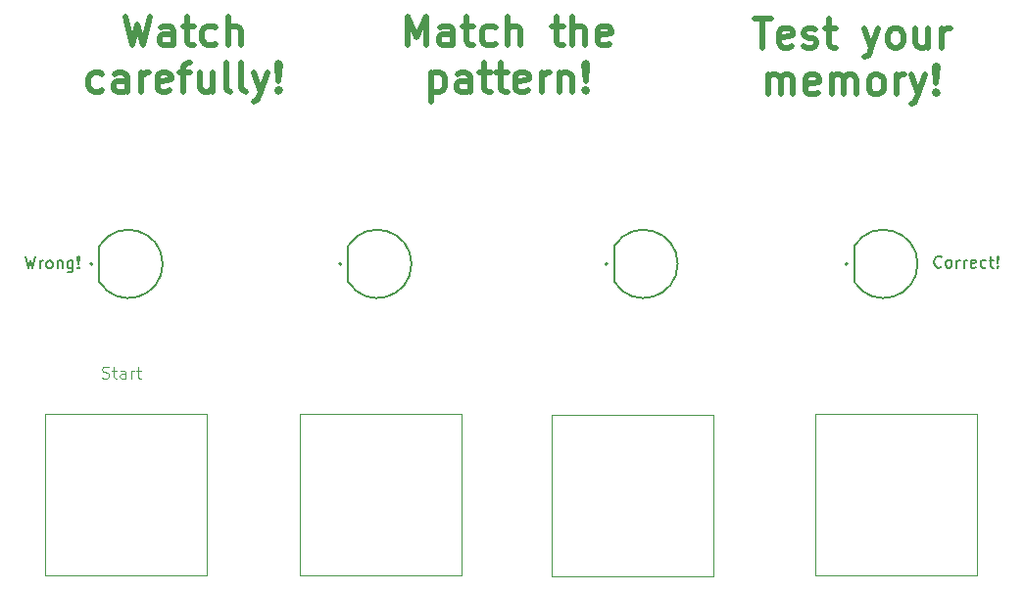
<source format=gbr>
%TF.GenerationSoftware,KiCad,Pcbnew,9.0.2*%
%TF.CreationDate,2025-07-01T17:28:42-07:00*%
%TF.ProjectId,pathfinder,70617468-6669-46e6-9465-722e6b696361,rev?*%
%TF.SameCoordinates,Original*%
%TF.FileFunction,Legend,Top*%
%TF.FilePolarity,Positive*%
%FSLAX46Y46*%
G04 Gerber Fmt 4.6, Leading zero omitted, Abs format (unit mm)*
G04 Created by KiCad (PCBNEW 9.0.2) date 2025-07-01 17:28:42*
%MOMM*%
%LPD*%
G01*
G04 APERTURE LIST*
%ADD10C,0.125000*%
%ADD11C,0.200000*%
%ADD12C,0.500000*%
%ADD13C,0.120000*%
%ADD14C,0.127000*%
G04 APERTURE END LIST*
D10*
X92512712Y-122843500D02*
X92655569Y-122891119D01*
X92655569Y-122891119D02*
X92893664Y-122891119D01*
X92893664Y-122891119D02*
X92988902Y-122843500D01*
X92988902Y-122843500D02*
X93036521Y-122795880D01*
X93036521Y-122795880D02*
X93084140Y-122700642D01*
X93084140Y-122700642D02*
X93084140Y-122605404D01*
X93084140Y-122605404D02*
X93036521Y-122510166D01*
X93036521Y-122510166D02*
X92988902Y-122462547D01*
X92988902Y-122462547D02*
X92893664Y-122414928D01*
X92893664Y-122414928D02*
X92703188Y-122367309D01*
X92703188Y-122367309D02*
X92607950Y-122319690D01*
X92607950Y-122319690D02*
X92560331Y-122272071D01*
X92560331Y-122272071D02*
X92512712Y-122176833D01*
X92512712Y-122176833D02*
X92512712Y-122081595D01*
X92512712Y-122081595D02*
X92560331Y-121986357D01*
X92560331Y-121986357D02*
X92607950Y-121938738D01*
X92607950Y-121938738D02*
X92703188Y-121891119D01*
X92703188Y-121891119D02*
X92941283Y-121891119D01*
X92941283Y-121891119D02*
X93084140Y-121938738D01*
X93369855Y-122224452D02*
X93750807Y-122224452D01*
X93512712Y-121891119D02*
X93512712Y-122748261D01*
X93512712Y-122748261D02*
X93560331Y-122843500D01*
X93560331Y-122843500D02*
X93655569Y-122891119D01*
X93655569Y-122891119D02*
X93750807Y-122891119D01*
X94512712Y-122891119D02*
X94512712Y-122367309D01*
X94512712Y-122367309D02*
X94465093Y-122272071D01*
X94465093Y-122272071D02*
X94369855Y-122224452D01*
X94369855Y-122224452D02*
X94179379Y-122224452D01*
X94179379Y-122224452D02*
X94084141Y-122272071D01*
X94512712Y-122843500D02*
X94417474Y-122891119D01*
X94417474Y-122891119D02*
X94179379Y-122891119D01*
X94179379Y-122891119D02*
X94084141Y-122843500D01*
X94084141Y-122843500D02*
X94036522Y-122748261D01*
X94036522Y-122748261D02*
X94036522Y-122653023D01*
X94036522Y-122653023D02*
X94084141Y-122557785D01*
X94084141Y-122557785D02*
X94179379Y-122510166D01*
X94179379Y-122510166D02*
X94417474Y-122510166D01*
X94417474Y-122510166D02*
X94512712Y-122462547D01*
X94988903Y-122891119D02*
X94988903Y-122224452D01*
X94988903Y-122414928D02*
X95036522Y-122319690D01*
X95036522Y-122319690D02*
X95084141Y-122272071D01*
X95084141Y-122272071D02*
X95179379Y-122224452D01*
X95179379Y-122224452D02*
X95274617Y-122224452D01*
X95465094Y-122224452D02*
X95846046Y-122224452D01*
X95607951Y-121891119D02*
X95607951Y-122748261D01*
X95607951Y-122748261D02*
X95655570Y-122843500D01*
X95655570Y-122843500D02*
X95750808Y-122891119D01*
X95750808Y-122891119D02*
X95846046Y-122891119D01*
D11*
X165021101Y-113231980D02*
X164973482Y-113279600D01*
X164973482Y-113279600D02*
X164830625Y-113327219D01*
X164830625Y-113327219D02*
X164735387Y-113327219D01*
X164735387Y-113327219D02*
X164592530Y-113279600D01*
X164592530Y-113279600D02*
X164497292Y-113184361D01*
X164497292Y-113184361D02*
X164449673Y-113089123D01*
X164449673Y-113089123D02*
X164402054Y-112898647D01*
X164402054Y-112898647D02*
X164402054Y-112755790D01*
X164402054Y-112755790D02*
X164449673Y-112565314D01*
X164449673Y-112565314D02*
X164497292Y-112470076D01*
X164497292Y-112470076D02*
X164592530Y-112374838D01*
X164592530Y-112374838D02*
X164735387Y-112327219D01*
X164735387Y-112327219D02*
X164830625Y-112327219D01*
X164830625Y-112327219D02*
X164973482Y-112374838D01*
X164973482Y-112374838D02*
X165021101Y-112422457D01*
X165592530Y-113327219D02*
X165497292Y-113279600D01*
X165497292Y-113279600D02*
X165449673Y-113231980D01*
X165449673Y-113231980D02*
X165402054Y-113136742D01*
X165402054Y-113136742D02*
X165402054Y-112851028D01*
X165402054Y-112851028D02*
X165449673Y-112755790D01*
X165449673Y-112755790D02*
X165497292Y-112708171D01*
X165497292Y-112708171D02*
X165592530Y-112660552D01*
X165592530Y-112660552D02*
X165735387Y-112660552D01*
X165735387Y-112660552D02*
X165830625Y-112708171D01*
X165830625Y-112708171D02*
X165878244Y-112755790D01*
X165878244Y-112755790D02*
X165925863Y-112851028D01*
X165925863Y-112851028D02*
X165925863Y-113136742D01*
X165925863Y-113136742D02*
X165878244Y-113231980D01*
X165878244Y-113231980D02*
X165830625Y-113279600D01*
X165830625Y-113279600D02*
X165735387Y-113327219D01*
X165735387Y-113327219D02*
X165592530Y-113327219D01*
X166354435Y-113327219D02*
X166354435Y-112660552D01*
X166354435Y-112851028D02*
X166402054Y-112755790D01*
X166402054Y-112755790D02*
X166449673Y-112708171D01*
X166449673Y-112708171D02*
X166544911Y-112660552D01*
X166544911Y-112660552D02*
X166640149Y-112660552D01*
X166973483Y-113327219D02*
X166973483Y-112660552D01*
X166973483Y-112851028D02*
X167021102Y-112755790D01*
X167021102Y-112755790D02*
X167068721Y-112708171D01*
X167068721Y-112708171D02*
X167163959Y-112660552D01*
X167163959Y-112660552D02*
X167259197Y-112660552D01*
X167973483Y-113279600D02*
X167878245Y-113327219D01*
X167878245Y-113327219D02*
X167687769Y-113327219D01*
X167687769Y-113327219D02*
X167592531Y-113279600D01*
X167592531Y-113279600D02*
X167544912Y-113184361D01*
X167544912Y-113184361D02*
X167544912Y-112803409D01*
X167544912Y-112803409D02*
X167592531Y-112708171D01*
X167592531Y-112708171D02*
X167687769Y-112660552D01*
X167687769Y-112660552D02*
X167878245Y-112660552D01*
X167878245Y-112660552D02*
X167973483Y-112708171D01*
X167973483Y-112708171D02*
X168021102Y-112803409D01*
X168021102Y-112803409D02*
X168021102Y-112898647D01*
X168021102Y-112898647D02*
X167544912Y-112993885D01*
X168878245Y-113279600D02*
X168783007Y-113327219D01*
X168783007Y-113327219D02*
X168592531Y-113327219D01*
X168592531Y-113327219D02*
X168497293Y-113279600D01*
X168497293Y-113279600D02*
X168449674Y-113231980D01*
X168449674Y-113231980D02*
X168402055Y-113136742D01*
X168402055Y-113136742D02*
X168402055Y-112851028D01*
X168402055Y-112851028D02*
X168449674Y-112755790D01*
X168449674Y-112755790D02*
X168497293Y-112708171D01*
X168497293Y-112708171D02*
X168592531Y-112660552D01*
X168592531Y-112660552D02*
X168783007Y-112660552D01*
X168783007Y-112660552D02*
X168878245Y-112708171D01*
X169163960Y-112660552D02*
X169544912Y-112660552D01*
X169306817Y-112327219D02*
X169306817Y-113184361D01*
X169306817Y-113184361D02*
X169354436Y-113279600D01*
X169354436Y-113279600D02*
X169449674Y-113327219D01*
X169449674Y-113327219D02*
X169544912Y-113327219D01*
X169878246Y-113231980D02*
X169925865Y-113279600D01*
X169925865Y-113279600D02*
X169878246Y-113327219D01*
X169878246Y-113327219D02*
X169830627Y-113279600D01*
X169830627Y-113279600D02*
X169878246Y-113231980D01*
X169878246Y-113231980D02*
X169878246Y-113327219D01*
X169878246Y-112946266D02*
X169830627Y-112374838D01*
X169830627Y-112374838D02*
X169878246Y-112327219D01*
X169878246Y-112327219D02*
X169925865Y-112374838D01*
X169925865Y-112374838D02*
X169878246Y-112946266D01*
X169878246Y-112946266D02*
X169878246Y-112327219D01*
X85884435Y-112387219D02*
X86122530Y-113387219D01*
X86122530Y-113387219D02*
X86313006Y-112672933D01*
X86313006Y-112672933D02*
X86503482Y-113387219D01*
X86503482Y-113387219D02*
X86741578Y-112387219D01*
X87122530Y-113387219D02*
X87122530Y-112720552D01*
X87122530Y-112911028D02*
X87170149Y-112815790D01*
X87170149Y-112815790D02*
X87217768Y-112768171D01*
X87217768Y-112768171D02*
X87313006Y-112720552D01*
X87313006Y-112720552D02*
X87408244Y-112720552D01*
X87884435Y-113387219D02*
X87789197Y-113339600D01*
X87789197Y-113339600D02*
X87741578Y-113291980D01*
X87741578Y-113291980D02*
X87693959Y-113196742D01*
X87693959Y-113196742D02*
X87693959Y-112911028D01*
X87693959Y-112911028D02*
X87741578Y-112815790D01*
X87741578Y-112815790D02*
X87789197Y-112768171D01*
X87789197Y-112768171D02*
X87884435Y-112720552D01*
X87884435Y-112720552D02*
X88027292Y-112720552D01*
X88027292Y-112720552D02*
X88122530Y-112768171D01*
X88122530Y-112768171D02*
X88170149Y-112815790D01*
X88170149Y-112815790D02*
X88217768Y-112911028D01*
X88217768Y-112911028D02*
X88217768Y-113196742D01*
X88217768Y-113196742D02*
X88170149Y-113291980D01*
X88170149Y-113291980D02*
X88122530Y-113339600D01*
X88122530Y-113339600D02*
X88027292Y-113387219D01*
X88027292Y-113387219D02*
X87884435Y-113387219D01*
X88646340Y-112720552D02*
X88646340Y-113387219D01*
X88646340Y-112815790D02*
X88693959Y-112768171D01*
X88693959Y-112768171D02*
X88789197Y-112720552D01*
X88789197Y-112720552D02*
X88932054Y-112720552D01*
X88932054Y-112720552D02*
X89027292Y-112768171D01*
X89027292Y-112768171D02*
X89074911Y-112863409D01*
X89074911Y-112863409D02*
X89074911Y-113387219D01*
X89979673Y-112720552D02*
X89979673Y-113530076D01*
X89979673Y-113530076D02*
X89932054Y-113625314D01*
X89932054Y-113625314D02*
X89884435Y-113672933D01*
X89884435Y-113672933D02*
X89789197Y-113720552D01*
X89789197Y-113720552D02*
X89646340Y-113720552D01*
X89646340Y-113720552D02*
X89551102Y-113672933D01*
X89979673Y-113339600D02*
X89884435Y-113387219D01*
X89884435Y-113387219D02*
X89693959Y-113387219D01*
X89693959Y-113387219D02*
X89598721Y-113339600D01*
X89598721Y-113339600D02*
X89551102Y-113291980D01*
X89551102Y-113291980D02*
X89503483Y-113196742D01*
X89503483Y-113196742D02*
X89503483Y-112911028D01*
X89503483Y-112911028D02*
X89551102Y-112815790D01*
X89551102Y-112815790D02*
X89598721Y-112768171D01*
X89598721Y-112768171D02*
X89693959Y-112720552D01*
X89693959Y-112720552D02*
X89884435Y-112720552D01*
X89884435Y-112720552D02*
X89979673Y-112768171D01*
X90455864Y-113291980D02*
X90503483Y-113339600D01*
X90503483Y-113339600D02*
X90455864Y-113387219D01*
X90455864Y-113387219D02*
X90408245Y-113339600D01*
X90408245Y-113339600D02*
X90455864Y-113291980D01*
X90455864Y-113291980D02*
X90455864Y-113387219D01*
X90455864Y-113006266D02*
X90408245Y-112434838D01*
X90408245Y-112434838D02*
X90455864Y-112387219D01*
X90455864Y-112387219D02*
X90503483Y-112434838D01*
X90503483Y-112434838D02*
X90455864Y-113006266D01*
X90455864Y-113006266D02*
X90455864Y-112387219D01*
D12*
X118870000Y-94083187D02*
X118870000Y-91583187D01*
X118870000Y-91583187D02*
X119703333Y-93368901D01*
X119703333Y-93368901D02*
X120536666Y-91583187D01*
X120536666Y-91583187D02*
X120536666Y-94083187D01*
X122798571Y-94083187D02*
X122798571Y-92773663D01*
X122798571Y-92773663D02*
X122679524Y-92535568D01*
X122679524Y-92535568D02*
X122441428Y-92416520D01*
X122441428Y-92416520D02*
X121965238Y-92416520D01*
X121965238Y-92416520D02*
X121727143Y-92535568D01*
X122798571Y-93964140D02*
X122560476Y-94083187D01*
X122560476Y-94083187D02*
X121965238Y-94083187D01*
X121965238Y-94083187D02*
X121727143Y-93964140D01*
X121727143Y-93964140D02*
X121608095Y-93726044D01*
X121608095Y-93726044D02*
X121608095Y-93487949D01*
X121608095Y-93487949D02*
X121727143Y-93249854D01*
X121727143Y-93249854D02*
X121965238Y-93130806D01*
X121965238Y-93130806D02*
X122560476Y-93130806D01*
X122560476Y-93130806D02*
X122798571Y-93011759D01*
X123631905Y-92416520D02*
X124584286Y-92416520D01*
X123989048Y-91583187D02*
X123989048Y-93726044D01*
X123989048Y-93726044D02*
X124108095Y-93964140D01*
X124108095Y-93964140D02*
X124346190Y-94083187D01*
X124346190Y-94083187D02*
X124584286Y-94083187D01*
X126489047Y-93964140D02*
X126250952Y-94083187D01*
X126250952Y-94083187D02*
X125774761Y-94083187D01*
X125774761Y-94083187D02*
X125536666Y-93964140D01*
X125536666Y-93964140D02*
X125417619Y-93845092D01*
X125417619Y-93845092D02*
X125298571Y-93606997D01*
X125298571Y-93606997D02*
X125298571Y-92892711D01*
X125298571Y-92892711D02*
X125417619Y-92654616D01*
X125417619Y-92654616D02*
X125536666Y-92535568D01*
X125536666Y-92535568D02*
X125774761Y-92416520D01*
X125774761Y-92416520D02*
X126250952Y-92416520D01*
X126250952Y-92416520D02*
X126489047Y-92535568D01*
X127560476Y-94083187D02*
X127560476Y-91583187D01*
X128631904Y-94083187D02*
X128631904Y-92773663D01*
X128631904Y-92773663D02*
X128512857Y-92535568D01*
X128512857Y-92535568D02*
X128274761Y-92416520D01*
X128274761Y-92416520D02*
X127917618Y-92416520D01*
X127917618Y-92416520D02*
X127679523Y-92535568D01*
X127679523Y-92535568D02*
X127560476Y-92654616D01*
X131370000Y-92416520D02*
X132322381Y-92416520D01*
X131727143Y-91583187D02*
X131727143Y-93726044D01*
X131727143Y-93726044D02*
X131846190Y-93964140D01*
X131846190Y-93964140D02*
X132084285Y-94083187D01*
X132084285Y-94083187D02*
X132322381Y-94083187D01*
X133155714Y-94083187D02*
X133155714Y-91583187D01*
X134227142Y-94083187D02*
X134227142Y-92773663D01*
X134227142Y-92773663D02*
X134108095Y-92535568D01*
X134108095Y-92535568D02*
X133869999Y-92416520D01*
X133869999Y-92416520D02*
X133512856Y-92416520D01*
X133512856Y-92416520D02*
X133274761Y-92535568D01*
X133274761Y-92535568D02*
X133155714Y-92654616D01*
X136370000Y-93964140D02*
X136131904Y-94083187D01*
X136131904Y-94083187D02*
X135655714Y-94083187D01*
X135655714Y-94083187D02*
X135417619Y-93964140D01*
X135417619Y-93964140D02*
X135298571Y-93726044D01*
X135298571Y-93726044D02*
X135298571Y-92773663D01*
X135298571Y-92773663D02*
X135417619Y-92535568D01*
X135417619Y-92535568D02*
X135655714Y-92416520D01*
X135655714Y-92416520D02*
X136131904Y-92416520D01*
X136131904Y-92416520D02*
X136370000Y-92535568D01*
X136370000Y-92535568D02*
X136489047Y-92773663D01*
X136489047Y-92773663D02*
X136489047Y-93011759D01*
X136489047Y-93011759D02*
X135298571Y-93249854D01*
X120953334Y-96441380D02*
X120953334Y-98941380D01*
X120953334Y-96560428D02*
X121191429Y-96441380D01*
X121191429Y-96441380D02*
X121667619Y-96441380D01*
X121667619Y-96441380D02*
X121905715Y-96560428D01*
X121905715Y-96560428D02*
X122024762Y-96679476D01*
X122024762Y-96679476D02*
X122143810Y-96917571D01*
X122143810Y-96917571D02*
X122143810Y-97631857D01*
X122143810Y-97631857D02*
X122024762Y-97869952D01*
X122024762Y-97869952D02*
X121905715Y-97989000D01*
X121905715Y-97989000D02*
X121667619Y-98108047D01*
X121667619Y-98108047D02*
X121191429Y-98108047D01*
X121191429Y-98108047D02*
X120953334Y-97989000D01*
X124286667Y-98108047D02*
X124286667Y-96798523D01*
X124286667Y-96798523D02*
X124167620Y-96560428D01*
X124167620Y-96560428D02*
X123929524Y-96441380D01*
X123929524Y-96441380D02*
X123453334Y-96441380D01*
X123453334Y-96441380D02*
X123215239Y-96560428D01*
X124286667Y-97989000D02*
X124048572Y-98108047D01*
X124048572Y-98108047D02*
X123453334Y-98108047D01*
X123453334Y-98108047D02*
X123215239Y-97989000D01*
X123215239Y-97989000D02*
X123096191Y-97750904D01*
X123096191Y-97750904D02*
X123096191Y-97512809D01*
X123096191Y-97512809D02*
X123215239Y-97274714D01*
X123215239Y-97274714D02*
X123453334Y-97155666D01*
X123453334Y-97155666D02*
X124048572Y-97155666D01*
X124048572Y-97155666D02*
X124286667Y-97036619D01*
X125120001Y-96441380D02*
X126072382Y-96441380D01*
X125477144Y-95608047D02*
X125477144Y-97750904D01*
X125477144Y-97750904D02*
X125596191Y-97989000D01*
X125596191Y-97989000D02*
X125834286Y-98108047D01*
X125834286Y-98108047D02*
X126072382Y-98108047D01*
X126548572Y-96441380D02*
X127500953Y-96441380D01*
X126905715Y-95608047D02*
X126905715Y-97750904D01*
X126905715Y-97750904D02*
X127024762Y-97989000D01*
X127024762Y-97989000D02*
X127262857Y-98108047D01*
X127262857Y-98108047D02*
X127500953Y-98108047D01*
X129286667Y-97989000D02*
X129048571Y-98108047D01*
X129048571Y-98108047D02*
X128572381Y-98108047D01*
X128572381Y-98108047D02*
X128334286Y-97989000D01*
X128334286Y-97989000D02*
X128215238Y-97750904D01*
X128215238Y-97750904D02*
X128215238Y-96798523D01*
X128215238Y-96798523D02*
X128334286Y-96560428D01*
X128334286Y-96560428D02*
X128572381Y-96441380D01*
X128572381Y-96441380D02*
X129048571Y-96441380D01*
X129048571Y-96441380D02*
X129286667Y-96560428D01*
X129286667Y-96560428D02*
X129405714Y-96798523D01*
X129405714Y-96798523D02*
X129405714Y-97036619D01*
X129405714Y-97036619D02*
X128215238Y-97274714D01*
X130477143Y-98108047D02*
X130477143Y-96441380D01*
X130477143Y-96917571D02*
X130596190Y-96679476D01*
X130596190Y-96679476D02*
X130715238Y-96560428D01*
X130715238Y-96560428D02*
X130953333Y-96441380D01*
X130953333Y-96441380D02*
X131191428Y-96441380D01*
X132024762Y-96441380D02*
X132024762Y-98108047D01*
X132024762Y-96679476D02*
X132143809Y-96560428D01*
X132143809Y-96560428D02*
X132381904Y-96441380D01*
X132381904Y-96441380D02*
X132739047Y-96441380D01*
X132739047Y-96441380D02*
X132977143Y-96560428D01*
X132977143Y-96560428D02*
X133096190Y-96798523D01*
X133096190Y-96798523D02*
X133096190Y-98108047D01*
X134286667Y-97869952D02*
X134405714Y-97989000D01*
X134405714Y-97989000D02*
X134286667Y-98108047D01*
X134286667Y-98108047D02*
X134167619Y-97989000D01*
X134167619Y-97989000D02*
X134286667Y-97869952D01*
X134286667Y-97869952D02*
X134286667Y-98108047D01*
X134286667Y-97155666D02*
X134167619Y-95727095D01*
X134167619Y-95727095D02*
X134286667Y-95608047D01*
X134286667Y-95608047D02*
X134405714Y-95727095D01*
X134405714Y-95727095D02*
X134286667Y-97155666D01*
X134286667Y-97155666D02*
X134286667Y-95608047D01*
X94480952Y-91583187D02*
X95076190Y-94083187D01*
X95076190Y-94083187D02*
X95552381Y-92297473D01*
X95552381Y-92297473D02*
X96028571Y-94083187D01*
X96028571Y-94083187D02*
X96623810Y-91583187D01*
X98647619Y-94083187D02*
X98647619Y-92773663D01*
X98647619Y-92773663D02*
X98528572Y-92535568D01*
X98528572Y-92535568D02*
X98290476Y-92416520D01*
X98290476Y-92416520D02*
X97814286Y-92416520D01*
X97814286Y-92416520D02*
X97576191Y-92535568D01*
X98647619Y-93964140D02*
X98409524Y-94083187D01*
X98409524Y-94083187D02*
X97814286Y-94083187D01*
X97814286Y-94083187D02*
X97576191Y-93964140D01*
X97576191Y-93964140D02*
X97457143Y-93726044D01*
X97457143Y-93726044D02*
X97457143Y-93487949D01*
X97457143Y-93487949D02*
X97576191Y-93249854D01*
X97576191Y-93249854D02*
X97814286Y-93130806D01*
X97814286Y-93130806D02*
X98409524Y-93130806D01*
X98409524Y-93130806D02*
X98647619Y-93011759D01*
X99480953Y-92416520D02*
X100433334Y-92416520D01*
X99838096Y-91583187D02*
X99838096Y-93726044D01*
X99838096Y-93726044D02*
X99957143Y-93964140D01*
X99957143Y-93964140D02*
X100195238Y-94083187D01*
X100195238Y-94083187D02*
X100433334Y-94083187D01*
X102338095Y-93964140D02*
X102100000Y-94083187D01*
X102100000Y-94083187D02*
X101623809Y-94083187D01*
X101623809Y-94083187D02*
X101385714Y-93964140D01*
X101385714Y-93964140D02*
X101266667Y-93845092D01*
X101266667Y-93845092D02*
X101147619Y-93606997D01*
X101147619Y-93606997D02*
X101147619Y-92892711D01*
X101147619Y-92892711D02*
X101266667Y-92654616D01*
X101266667Y-92654616D02*
X101385714Y-92535568D01*
X101385714Y-92535568D02*
X101623809Y-92416520D01*
X101623809Y-92416520D02*
X102100000Y-92416520D01*
X102100000Y-92416520D02*
X102338095Y-92535568D01*
X103409524Y-94083187D02*
X103409524Y-91583187D01*
X104480952Y-94083187D02*
X104480952Y-92773663D01*
X104480952Y-92773663D02*
X104361905Y-92535568D01*
X104361905Y-92535568D02*
X104123809Y-92416520D01*
X104123809Y-92416520D02*
X103766666Y-92416520D01*
X103766666Y-92416520D02*
X103528571Y-92535568D01*
X103528571Y-92535568D02*
X103409524Y-92654616D01*
X92516666Y-97989000D02*
X92278571Y-98108047D01*
X92278571Y-98108047D02*
X91802380Y-98108047D01*
X91802380Y-98108047D02*
X91564285Y-97989000D01*
X91564285Y-97989000D02*
X91445238Y-97869952D01*
X91445238Y-97869952D02*
X91326190Y-97631857D01*
X91326190Y-97631857D02*
X91326190Y-96917571D01*
X91326190Y-96917571D02*
X91445238Y-96679476D01*
X91445238Y-96679476D02*
X91564285Y-96560428D01*
X91564285Y-96560428D02*
X91802380Y-96441380D01*
X91802380Y-96441380D02*
X92278571Y-96441380D01*
X92278571Y-96441380D02*
X92516666Y-96560428D01*
X94659523Y-98108047D02*
X94659523Y-96798523D01*
X94659523Y-96798523D02*
X94540476Y-96560428D01*
X94540476Y-96560428D02*
X94302380Y-96441380D01*
X94302380Y-96441380D02*
X93826190Y-96441380D01*
X93826190Y-96441380D02*
X93588095Y-96560428D01*
X94659523Y-97989000D02*
X94421428Y-98108047D01*
X94421428Y-98108047D02*
X93826190Y-98108047D01*
X93826190Y-98108047D02*
X93588095Y-97989000D01*
X93588095Y-97989000D02*
X93469047Y-97750904D01*
X93469047Y-97750904D02*
X93469047Y-97512809D01*
X93469047Y-97512809D02*
X93588095Y-97274714D01*
X93588095Y-97274714D02*
X93826190Y-97155666D01*
X93826190Y-97155666D02*
X94421428Y-97155666D01*
X94421428Y-97155666D02*
X94659523Y-97036619D01*
X95850000Y-98108047D02*
X95850000Y-96441380D01*
X95850000Y-96917571D02*
X95969047Y-96679476D01*
X95969047Y-96679476D02*
X96088095Y-96560428D01*
X96088095Y-96560428D02*
X96326190Y-96441380D01*
X96326190Y-96441380D02*
X96564285Y-96441380D01*
X98350000Y-97989000D02*
X98111904Y-98108047D01*
X98111904Y-98108047D02*
X97635714Y-98108047D01*
X97635714Y-98108047D02*
X97397619Y-97989000D01*
X97397619Y-97989000D02*
X97278571Y-97750904D01*
X97278571Y-97750904D02*
X97278571Y-96798523D01*
X97278571Y-96798523D02*
X97397619Y-96560428D01*
X97397619Y-96560428D02*
X97635714Y-96441380D01*
X97635714Y-96441380D02*
X98111904Y-96441380D01*
X98111904Y-96441380D02*
X98350000Y-96560428D01*
X98350000Y-96560428D02*
X98469047Y-96798523D01*
X98469047Y-96798523D02*
X98469047Y-97036619D01*
X98469047Y-97036619D02*
X97278571Y-97274714D01*
X99183333Y-96441380D02*
X100135714Y-96441380D01*
X99540476Y-98108047D02*
X99540476Y-95965190D01*
X99540476Y-95965190D02*
X99659523Y-95727095D01*
X99659523Y-95727095D02*
X99897618Y-95608047D01*
X99897618Y-95608047D02*
X100135714Y-95608047D01*
X102040475Y-96441380D02*
X102040475Y-98108047D01*
X100969047Y-96441380D02*
X100969047Y-97750904D01*
X100969047Y-97750904D02*
X101088094Y-97989000D01*
X101088094Y-97989000D02*
X101326189Y-98108047D01*
X101326189Y-98108047D02*
X101683332Y-98108047D01*
X101683332Y-98108047D02*
X101921428Y-97989000D01*
X101921428Y-97989000D02*
X102040475Y-97869952D01*
X103588094Y-98108047D02*
X103349999Y-97989000D01*
X103349999Y-97989000D02*
X103230952Y-97750904D01*
X103230952Y-97750904D02*
X103230952Y-95608047D01*
X104897618Y-98108047D02*
X104659523Y-97989000D01*
X104659523Y-97989000D02*
X104540476Y-97750904D01*
X104540476Y-97750904D02*
X104540476Y-95608047D01*
X105611904Y-96441380D02*
X106207142Y-98108047D01*
X106802381Y-96441380D02*
X106207142Y-98108047D01*
X106207142Y-98108047D02*
X105969047Y-98703285D01*
X105969047Y-98703285D02*
X105850000Y-98822333D01*
X105850000Y-98822333D02*
X105611904Y-98941380D01*
X107754762Y-97869952D02*
X107873809Y-97989000D01*
X107873809Y-97989000D02*
X107754762Y-98108047D01*
X107754762Y-98108047D02*
X107635714Y-97989000D01*
X107635714Y-97989000D02*
X107754762Y-97869952D01*
X107754762Y-97869952D02*
X107754762Y-98108047D01*
X107754762Y-97155666D02*
X107635714Y-95727095D01*
X107635714Y-95727095D02*
X107754762Y-95608047D01*
X107754762Y-95608047D02*
X107873809Y-95727095D01*
X107873809Y-95727095D02*
X107754762Y-97155666D01*
X107754762Y-97155666D02*
X107754762Y-95608047D01*
X148857619Y-91783187D02*
X150286190Y-91783187D01*
X149571904Y-94283187D02*
X149571904Y-91783187D01*
X152071905Y-94164140D02*
X151833809Y-94283187D01*
X151833809Y-94283187D02*
X151357619Y-94283187D01*
X151357619Y-94283187D02*
X151119524Y-94164140D01*
X151119524Y-94164140D02*
X151000476Y-93926044D01*
X151000476Y-93926044D02*
X151000476Y-92973663D01*
X151000476Y-92973663D02*
X151119524Y-92735568D01*
X151119524Y-92735568D02*
X151357619Y-92616520D01*
X151357619Y-92616520D02*
X151833809Y-92616520D01*
X151833809Y-92616520D02*
X152071905Y-92735568D01*
X152071905Y-92735568D02*
X152190952Y-92973663D01*
X152190952Y-92973663D02*
X152190952Y-93211759D01*
X152190952Y-93211759D02*
X151000476Y-93449854D01*
X153143333Y-94164140D02*
X153381428Y-94283187D01*
X153381428Y-94283187D02*
X153857619Y-94283187D01*
X153857619Y-94283187D02*
X154095714Y-94164140D01*
X154095714Y-94164140D02*
X154214762Y-93926044D01*
X154214762Y-93926044D02*
X154214762Y-93806997D01*
X154214762Y-93806997D02*
X154095714Y-93568901D01*
X154095714Y-93568901D02*
X153857619Y-93449854D01*
X153857619Y-93449854D02*
X153500476Y-93449854D01*
X153500476Y-93449854D02*
X153262381Y-93330806D01*
X153262381Y-93330806D02*
X153143333Y-93092711D01*
X153143333Y-93092711D02*
X153143333Y-92973663D01*
X153143333Y-92973663D02*
X153262381Y-92735568D01*
X153262381Y-92735568D02*
X153500476Y-92616520D01*
X153500476Y-92616520D02*
X153857619Y-92616520D01*
X153857619Y-92616520D02*
X154095714Y-92735568D01*
X154929048Y-92616520D02*
X155881429Y-92616520D01*
X155286191Y-91783187D02*
X155286191Y-93926044D01*
X155286191Y-93926044D02*
X155405238Y-94164140D01*
X155405238Y-94164140D02*
X155643333Y-94283187D01*
X155643333Y-94283187D02*
X155881429Y-94283187D01*
X158381428Y-92616520D02*
X158976666Y-94283187D01*
X159571905Y-92616520D02*
X158976666Y-94283187D01*
X158976666Y-94283187D02*
X158738571Y-94878425D01*
X158738571Y-94878425D02*
X158619524Y-94997473D01*
X158619524Y-94997473D02*
X158381428Y-95116520D01*
X160881428Y-94283187D02*
X160643333Y-94164140D01*
X160643333Y-94164140D02*
X160524286Y-94045092D01*
X160524286Y-94045092D02*
X160405238Y-93806997D01*
X160405238Y-93806997D02*
X160405238Y-93092711D01*
X160405238Y-93092711D02*
X160524286Y-92854616D01*
X160524286Y-92854616D02*
X160643333Y-92735568D01*
X160643333Y-92735568D02*
X160881428Y-92616520D01*
X160881428Y-92616520D02*
X161238571Y-92616520D01*
X161238571Y-92616520D02*
X161476667Y-92735568D01*
X161476667Y-92735568D02*
X161595714Y-92854616D01*
X161595714Y-92854616D02*
X161714762Y-93092711D01*
X161714762Y-93092711D02*
X161714762Y-93806997D01*
X161714762Y-93806997D02*
X161595714Y-94045092D01*
X161595714Y-94045092D02*
X161476667Y-94164140D01*
X161476667Y-94164140D02*
X161238571Y-94283187D01*
X161238571Y-94283187D02*
X160881428Y-94283187D01*
X163857619Y-92616520D02*
X163857619Y-94283187D01*
X162786191Y-92616520D02*
X162786191Y-93926044D01*
X162786191Y-93926044D02*
X162905238Y-94164140D01*
X162905238Y-94164140D02*
X163143333Y-94283187D01*
X163143333Y-94283187D02*
X163500476Y-94283187D01*
X163500476Y-94283187D02*
X163738572Y-94164140D01*
X163738572Y-94164140D02*
X163857619Y-94045092D01*
X165048096Y-94283187D02*
X165048096Y-92616520D01*
X165048096Y-93092711D02*
X165167143Y-92854616D01*
X165167143Y-92854616D02*
X165286191Y-92735568D01*
X165286191Y-92735568D02*
X165524286Y-92616520D01*
X165524286Y-92616520D02*
X165762381Y-92616520D01*
X150048096Y-98308047D02*
X150048096Y-96641380D01*
X150048096Y-96879476D02*
X150167143Y-96760428D01*
X150167143Y-96760428D02*
X150405238Y-96641380D01*
X150405238Y-96641380D02*
X150762381Y-96641380D01*
X150762381Y-96641380D02*
X151000477Y-96760428D01*
X151000477Y-96760428D02*
X151119524Y-96998523D01*
X151119524Y-96998523D02*
X151119524Y-98308047D01*
X151119524Y-96998523D02*
X151238572Y-96760428D01*
X151238572Y-96760428D02*
X151476667Y-96641380D01*
X151476667Y-96641380D02*
X151833810Y-96641380D01*
X151833810Y-96641380D02*
X152071905Y-96760428D01*
X152071905Y-96760428D02*
X152190953Y-96998523D01*
X152190953Y-96998523D02*
X152190953Y-98308047D01*
X154333810Y-98189000D02*
X154095714Y-98308047D01*
X154095714Y-98308047D02*
X153619524Y-98308047D01*
X153619524Y-98308047D02*
X153381429Y-98189000D01*
X153381429Y-98189000D02*
X153262381Y-97950904D01*
X153262381Y-97950904D02*
X153262381Y-96998523D01*
X153262381Y-96998523D02*
X153381429Y-96760428D01*
X153381429Y-96760428D02*
X153619524Y-96641380D01*
X153619524Y-96641380D02*
X154095714Y-96641380D01*
X154095714Y-96641380D02*
X154333810Y-96760428D01*
X154333810Y-96760428D02*
X154452857Y-96998523D01*
X154452857Y-96998523D02*
X154452857Y-97236619D01*
X154452857Y-97236619D02*
X153262381Y-97474714D01*
X155524286Y-98308047D02*
X155524286Y-96641380D01*
X155524286Y-96879476D02*
X155643333Y-96760428D01*
X155643333Y-96760428D02*
X155881428Y-96641380D01*
X155881428Y-96641380D02*
X156238571Y-96641380D01*
X156238571Y-96641380D02*
X156476667Y-96760428D01*
X156476667Y-96760428D02*
X156595714Y-96998523D01*
X156595714Y-96998523D02*
X156595714Y-98308047D01*
X156595714Y-96998523D02*
X156714762Y-96760428D01*
X156714762Y-96760428D02*
X156952857Y-96641380D01*
X156952857Y-96641380D02*
X157310000Y-96641380D01*
X157310000Y-96641380D02*
X157548095Y-96760428D01*
X157548095Y-96760428D02*
X157667143Y-96998523D01*
X157667143Y-96998523D02*
X157667143Y-98308047D01*
X159214761Y-98308047D02*
X158976666Y-98189000D01*
X158976666Y-98189000D02*
X158857619Y-98069952D01*
X158857619Y-98069952D02*
X158738571Y-97831857D01*
X158738571Y-97831857D02*
X158738571Y-97117571D01*
X158738571Y-97117571D02*
X158857619Y-96879476D01*
X158857619Y-96879476D02*
X158976666Y-96760428D01*
X158976666Y-96760428D02*
X159214761Y-96641380D01*
X159214761Y-96641380D02*
X159571904Y-96641380D01*
X159571904Y-96641380D02*
X159810000Y-96760428D01*
X159810000Y-96760428D02*
X159929047Y-96879476D01*
X159929047Y-96879476D02*
X160048095Y-97117571D01*
X160048095Y-97117571D02*
X160048095Y-97831857D01*
X160048095Y-97831857D02*
X159929047Y-98069952D01*
X159929047Y-98069952D02*
X159810000Y-98189000D01*
X159810000Y-98189000D02*
X159571904Y-98308047D01*
X159571904Y-98308047D02*
X159214761Y-98308047D01*
X161119524Y-98308047D02*
X161119524Y-96641380D01*
X161119524Y-97117571D02*
X161238571Y-96879476D01*
X161238571Y-96879476D02*
X161357619Y-96760428D01*
X161357619Y-96760428D02*
X161595714Y-96641380D01*
X161595714Y-96641380D02*
X161833809Y-96641380D01*
X162429047Y-96641380D02*
X163024285Y-98308047D01*
X163619524Y-96641380D02*
X163024285Y-98308047D01*
X163024285Y-98308047D02*
X162786190Y-98903285D01*
X162786190Y-98903285D02*
X162667143Y-99022333D01*
X162667143Y-99022333D02*
X162429047Y-99141380D01*
X164571905Y-98069952D02*
X164690952Y-98189000D01*
X164690952Y-98189000D02*
X164571905Y-98308047D01*
X164571905Y-98308047D02*
X164452857Y-98189000D01*
X164452857Y-98189000D02*
X164571905Y-98069952D01*
X164571905Y-98069952D02*
X164571905Y-98308047D01*
X164571905Y-97355666D02*
X164452857Y-95927095D01*
X164452857Y-95927095D02*
X164571905Y-95808047D01*
X164571905Y-95808047D02*
X164690952Y-95927095D01*
X164690952Y-95927095D02*
X164571905Y-97355666D01*
X164571905Y-97355666D02*
X164571905Y-95808047D01*
D13*
%TO.C,SW2*%
X109595000Y-126015000D02*
X123565000Y-126015000D01*
X109595000Y-139985000D02*
X109595000Y-126015000D01*
X123565000Y-126015000D02*
X123565000Y-139985000D01*
X123565000Y-139985000D02*
X109595000Y-139985000D01*
D14*
%TO.C,D1*%
X92270000Y-111434000D02*
X92270000Y-114566000D01*
X92270000Y-111434000D02*
G75*
G02*
X92270000Y-114566000I2506124J-1566000D01*
G01*
D11*
X91670000Y-113000000D02*
G75*
G02*
X91470000Y-113000000I-100000J0D01*
G01*
X91470000Y-113000000D02*
G75*
G02*
X91670000Y-113000000I100000J0D01*
G01*
D14*
%TO.C,D4*%
X157500000Y-111434000D02*
X157500000Y-114566000D01*
X157500000Y-111434000D02*
G75*
G02*
X157500000Y-114566000I2506124J-1566000D01*
G01*
D11*
X156900000Y-113000000D02*
G75*
G02*
X156700000Y-113000000I-100000J0D01*
G01*
X156700000Y-113000000D02*
G75*
G02*
X156900000Y-113000000I100000J0D01*
G01*
D14*
%TO.C,D3*%
X136770000Y-111434000D02*
X136770000Y-114566000D01*
X136770000Y-111434000D02*
G75*
G02*
X136770000Y-114566000I2506124J-1566000D01*
G01*
D11*
X136170000Y-113000000D02*
G75*
G02*
X135970000Y-113000000I-100000J0D01*
G01*
X135970000Y-113000000D02*
G75*
G02*
X136170000Y-113000000I100000J0D01*
G01*
D13*
%TO.C,SW3*%
X131325000Y-126055000D02*
X145295000Y-126055000D01*
X131325000Y-140025000D02*
X131325000Y-126055000D01*
X145295000Y-126055000D02*
X145295000Y-140025000D01*
X145295000Y-140025000D02*
X131325000Y-140025000D01*
D14*
%TO.C,D2*%
X113770000Y-111434000D02*
X113770000Y-114566000D01*
X113770000Y-111434000D02*
G75*
G02*
X113770000Y-114566000I2506124J-1566000D01*
G01*
D11*
X113170000Y-113000000D02*
G75*
G02*
X112970000Y-113000000I-100000J0D01*
G01*
X112970000Y-113000000D02*
G75*
G02*
X113170000Y-113000000I100000J0D01*
G01*
D13*
%TO.C,SW4*%
X154095000Y-126015000D02*
X168065000Y-126015000D01*
X154095000Y-139985000D02*
X154095000Y-126015000D01*
X168065000Y-126015000D02*
X168065000Y-139985000D01*
X168065000Y-139985000D02*
X154095000Y-139985000D01*
%TO.C,SW1*%
X87595000Y-126015000D02*
X101565000Y-126015000D01*
X87595000Y-139985000D02*
X87595000Y-126015000D01*
X101565000Y-126015000D02*
X101565000Y-139985000D01*
X101565000Y-139985000D02*
X87595000Y-139985000D01*
%TD*%
M02*

</source>
